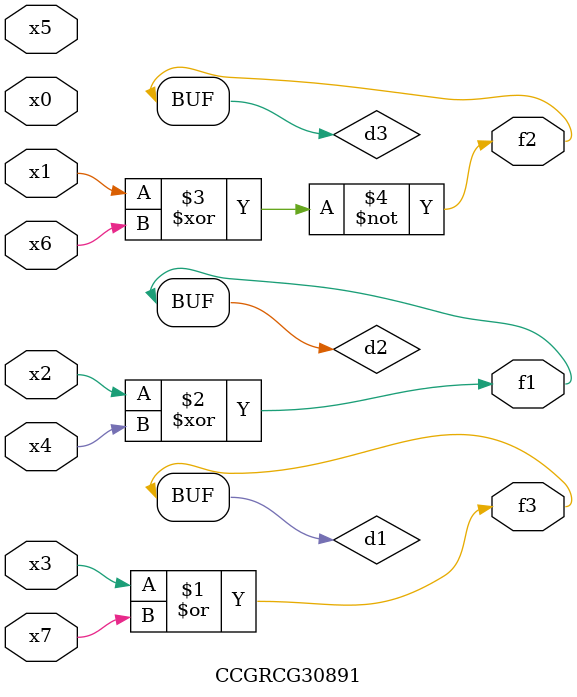
<source format=v>
module CCGRCG30891(
	input x0, x1, x2, x3, x4, x5, x6, x7,
	output f1, f2, f3
);

	wire d1, d2, d3;

	or (d1, x3, x7);
	xor (d2, x2, x4);
	xnor (d3, x1, x6);
	assign f1 = d2;
	assign f2 = d3;
	assign f3 = d1;
endmodule

</source>
